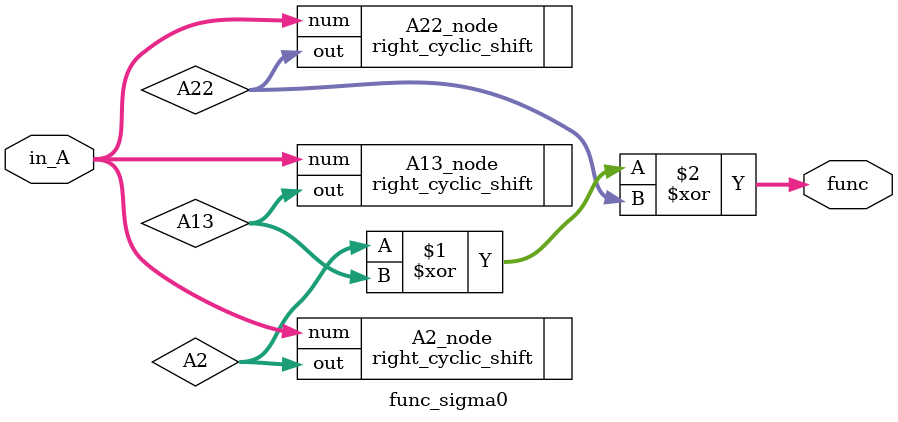
<source format=v>
`timescale 1ns / 1ps
`include "right_cyclic_shift.v"
module func_sigma0(in_A, func);

	input wire[31:0] in_A;
	output wire[31:0] func;
	
	wire[31:0] A2, A13, A22;
	
	right_cyclic_shift #(2) 
	A2_node( .out (A2), .num (in_A));

	right_cyclic_shift #(13) 
	A13_node( .out (A13), .num (in_A));

	right_cyclic_shift #(22) 
	A22_node( .out (A22), .num (in_A));	
	
	assign func = A2 ^ A13 ^ A22;

endmodule

</source>
